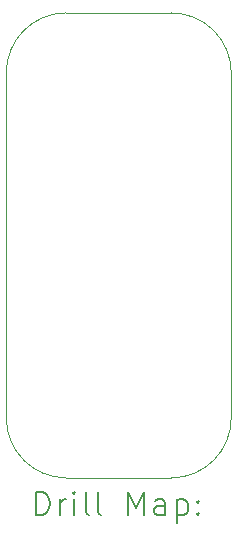
<source format=gbr>
%FSLAX45Y45*%
G04 Gerber Fmt 4.5, Leading zero omitted, Abs format (unit mm)*
G04 Created by KiCad (PCBNEW 6.0.6-3a73a75311~116~ubuntu22.04.1) date 2022-06-23 15:23:09*
%MOMM*%
%LPD*%
G01*
G04 APERTURE LIST*
%TA.AperFunction,Profile*%
%ADD10C,0.100000*%
%TD*%
%ADD11C,0.200000*%
G04 APERTURE END LIST*
D10*
X15773400Y-8763000D02*
G75*
G03*
X15265400Y-8255000I-508000J0D01*
G01*
X14376400Y-8255000D02*
X15265400Y-8255000D01*
X15265400Y-12192000D02*
X14376400Y-12192000D01*
X15773400Y-8763000D02*
X15773400Y-11684000D01*
X15265400Y-12192000D02*
G75*
G03*
X15773400Y-11684000I0J508000D01*
G01*
X13868400Y-11684000D02*
X13868400Y-8763000D01*
X14376400Y-8255000D02*
G75*
G03*
X13868400Y-8763000I0J-508000D01*
G01*
X13868400Y-11684000D02*
G75*
G03*
X14376400Y-12192000I508000J0D01*
G01*
D11*
X14121019Y-12507476D02*
X14121019Y-12307476D01*
X14168638Y-12307476D01*
X14197209Y-12317000D01*
X14216257Y-12336048D01*
X14225781Y-12355095D01*
X14235305Y-12393190D01*
X14235305Y-12421762D01*
X14225781Y-12459857D01*
X14216257Y-12478905D01*
X14197209Y-12497952D01*
X14168638Y-12507476D01*
X14121019Y-12507476D01*
X14321019Y-12507476D02*
X14321019Y-12374143D01*
X14321019Y-12412238D02*
X14330543Y-12393190D01*
X14340067Y-12383667D01*
X14359114Y-12374143D01*
X14378162Y-12374143D01*
X14444828Y-12507476D02*
X14444828Y-12374143D01*
X14444828Y-12307476D02*
X14435305Y-12317000D01*
X14444828Y-12326524D01*
X14454352Y-12317000D01*
X14444828Y-12307476D01*
X14444828Y-12326524D01*
X14568638Y-12507476D02*
X14549590Y-12497952D01*
X14540067Y-12478905D01*
X14540067Y-12307476D01*
X14673400Y-12507476D02*
X14654352Y-12497952D01*
X14644828Y-12478905D01*
X14644828Y-12307476D01*
X14901971Y-12507476D02*
X14901971Y-12307476D01*
X14968638Y-12450333D01*
X15035305Y-12307476D01*
X15035305Y-12507476D01*
X15216257Y-12507476D02*
X15216257Y-12402714D01*
X15206733Y-12383667D01*
X15187686Y-12374143D01*
X15149590Y-12374143D01*
X15130543Y-12383667D01*
X15216257Y-12497952D02*
X15197209Y-12507476D01*
X15149590Y-12507476D01*
X15130543Y-12497952D01*
X15121019Y-12478905D01*
X15121019Y-12459857D01*
X15130543Y-12440809D01*
X15149590Y-12431286D01*
X15197209Y-12431286D01*
X15216257Y-12421762D01*
X15311495Y-12374143D02*
X15311495Y-12574143D01*
X15311495Y-12383667D02*
X15330543Y-12374143D01*
X15368638Y-12374143D01*
X15387686Y-12383667D01*
X15397209Y-12393190D01*
X15406733Y-12412238D01*
X15406733Y-12469381D01*
X15397209Y-12488428D01*
X15387686Y-12497952D01*
X15368638Y-12507476D01*
X15330543Y-12507476D01*
X15311495Y-12497952D01*
X15492448Y-12488428D02*
X15501971Y-12497952D01*
X15492448Y-12507476D01*
X15482924Y-12497952D01*
X15492448Y-12488428D01*
X15492448Y-12507476D01*
X15492448Y-12383667D02*
X15501971Y-12393190D01*
X15492448Y-12402714D01*
X15482924Y-12393190D01*
X15492448Y-12383667D01*
X15492448Y-12402714D01*
M02*

</source>
